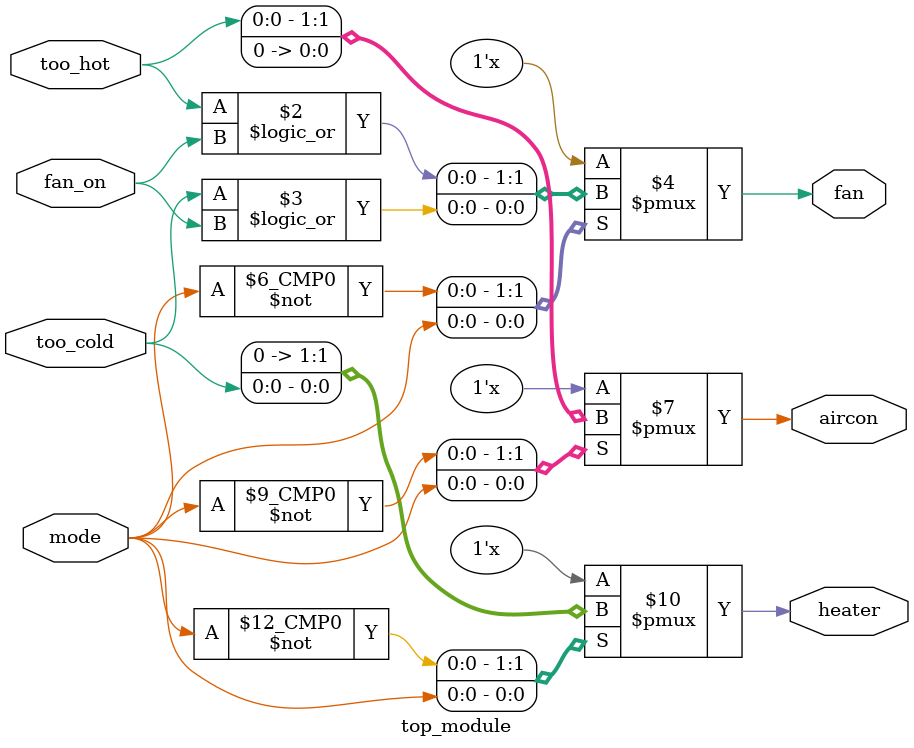
<source format=sv>
module top_module(
    input mode,
    input too_cold, 
    input too_hot,
    input fan_on,
    output reg heater,
    output reg aircon,
    output reg fan
);

always @(*) begin
    case (mode)
        1'b0: begin // Cooling mode
            heater = 1'b0;
            aircon = too_hot;
            fan = too_hot || fan_on;
        end
        1'b1: begin // Heating mode
            heater = too_cold;
            aircon = 1'b0;
            fan = too_cold || fan_on;
        end
        default: begin
            heater = 1'b0;
            aircon = 1'b0;
            fan = fan_on;
        end
    endcase
end

endmodule

</source>
